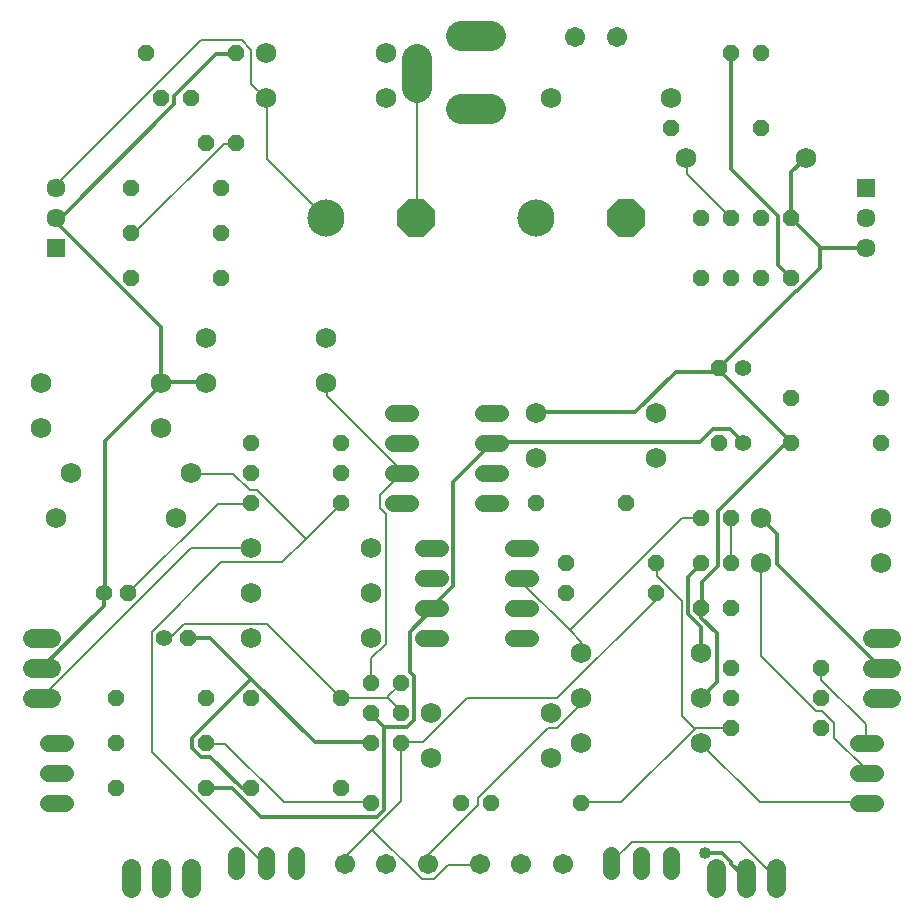
<source format=gbl>
G75*
%MOIN*%
%OFA0B0*%
%FSLAX25Y25*%
%IPPOS*%
%LPD*%
%AMOC8*
5,1,8,0,0,1.08239X$1,22.5*
%
%ADD10OC8,0.12400*%
%ADD11C,0.12400*%
%ADD12OC8,0.05600*%
%ADD13C,0.06800*%
%ADD14R,0.06337X0.06337*%
%ADD15C,0.06337*%
%ADD16C,0.09843*%
%ADD17C,0.05600*%
%ADD18C,0.05600*%
%ADD19C,0.06400*%
%ADD20C,0.06731*%
%ADD21C,0.00800*%
%ADD22C,0.01200*%
%ADD23C,0.04000*%
D10*
X0140000Y0235000D03*
X0210000Y0235000D03*
D11*
X0180000Y0235000D03*
X0110000Y0235000D03*
D12*
X0080000Y0260000D03*
X0070000Y0260000D03*
X0075000Y0245000D03*
X0075000Y0230000D03*
X0075000Y0215000D03*
X0045000Y0215000D03*
X0045000Y0230000D03*
X0045000Y0245000D03*
X0055000Y0275000D03*
X0065000Y0275000D03*
X0050000Y0290000D03*
X0080000Y0290000D03*
X0085000Y0160000D03*
X0085000Y0150000D03*
X0085000Y0140000D03*
X0115000Y0140000D03*
X0115000Y0150000D03*
X0115000Y0160000D03*
X0064000Y0095000D03*
X0070000Y0075000D03*
X0070000Y0060000D03*
X0070000Y0045000D03*
X0085000Y0045000D03*
X0085000Y0075000D03*
X0115000Y0075000D03*
X0125000Y0070000D03*
X0125000Y0060000D03*
X0135000Y0060000D03*
X0135000Y0070000D03*
X0135000Y0080000D03*
X0125000Y0080000D03*
X0115000Y0045000D03*
X0125000Y0040000D03*
X0155000Y0040000D03*
X0165000Y0040000D03*
X0195000Y0040000D03*
X0245000Y0065000D03*
X0245000Y0075000D03*
X0245000Y0085000D03*
X0245000Y0105000D03*
X0235000Y0105000D03*
X0235000Y0120000D03*
X0245000Y0120000D03*
X0245000Y0135000D03*
X0235000Y0135000D03*
X0220000Y0120000D03*
X0220000Y0110000D03*
X0190000Y0110000D03*
X0190000Y0120000D03*
X0180000Y0140000D03*
X0210000Y0140000D03*
X0241000Y0160000D03*
X0241000Y0185000D03*
X0265000Y0175000D03*
X0265000Y0160000D03*
X0295000Y0160000D03*
X0295000Y0175000D03*
X0265000Y0215000D03*
X0255000Y0215000D03*
X0245000Y0215000D03*
X0235000Y0215000D03*
X0235000Y0235000D03*
X0245000Y0235000D03*
X0255000Y0235000D03*
X0265000Y0235000D03*
X0255000Y0265000D03*
X0255000Y0290000D03*
X0245000Y0290000D03*
X0225000Y0265000D03*
X0275000Y0085000D03*
X0275000Y0075000D03*
X0275000Y0065000D03*
X0044000Y0110000D03*
X0040000Y0075000D03*
X0040000Y0060000D03*
X0040000Y0045000D03*
D13*
X0085000Y0095000D03*
X0085000Y0110000D03*
X0085000Y0125000D03*
X0060000Y0135000D03*
X0065000Y0150000D03*
X0055000Y0165000D03*
X0055000Y0180000D03*
X0070000Y0180000D03*
X0070000Y0195000D03*
X0110000Y0195000D03*
X0110000Y0180000D03*
X0125000Y0125000D03*
X0125000Y0110000D03*
X0125000Y0095000D03*
X0145000Y0070000D03*
X0145000Y0055000D03*
X0185000Y0055000D03*
X0195000Y0060000D03*
X0185000Y0070000D03*
X0195000Y0075000D03*
X0195000Y0090000D03*
X0235000Y0090000D03*
X0235000Y0075000D03*
X0235000Y0060000D03*
X0255000Y0120000D03*
X0255000Y0135000D03*
X0220000Y0155000D03*
X0220000Y0170000D03*
X0180000Y0170000D03*
X0180000Y0155000D03*
X0230000Y0255000D03*
X0225000Y0275000D03*
X0185000Y0275000D03*
X0130000Y0275000D03*
X0130000Y0290000D03*
X0090000Y0290000D03*
X0090000Y0275000D03*
X0015000Y0180000D03*
X0015000Y0165000D03*
X0025000Y0150000D03*
X0020000Y0135000D03*
X0270000Y0255000D03*
X0295000Y0135000D03*
X0295000Y0120000D03*
D14*
X0290000Y0245000D03*
X0020000Y0225000D03*
D15*
X0020000Y0235000D03*
X0020000Y0245000D03*
X0290000Y0235000D03*
X0290000Y0225000D03*
D16*
X0164921Y0271260D02*
X0155079Y0271260D01*
X0140315Y0278150D02*
X0140315Y0287992D01*
X0155079Y0295472D02*
X0164921Y0295472D01*
D17*
X0249000Y0185000D03*
X0249000Y0160000D03*
X0056000Y0095000D03*
X0036000Y0110000D03*
D18*
X0022800Y0040000D02*
X0017200Y0040000D01*
X0017200Y0050000D02*
X0022800Y0050000D01*
X0022800Y0060000D02*
X0017200Y0060000D01*
X0080000Y0022800D02*
X0080000Y0017200D01*
X0090000Y0017200D02*
X0090000Y0022800D01*
X0100000Y0022800D02*
X0100000Y0017200D01*
X0142200Y0095000D02*
X0147800Y0095000D01*
X0147800Y0105000D02*
X0142200Y0105000D01*
X0142200Y0115000D02*
X0147800Y0115000D01*
X0147800Y0125000D02*
X0142200Y0125000D01*
X0137800Y0140000D02*
X0132200Y0140000D01*
X0132200Y0150000D02*
X0137800Y0150000D01*
X0137800Y0160000D02*
X0132200Y0160000D01*
X0132200Y0170000D02*
X0137800Y0170000D01*
X0162200Y0170000D02*
X0167800Y0170000D01*
X0167800Y0160000D02*
X0162200Y0160000D01*
X0162200Y0150000D02*
X0167800Y0150000D01*
X0167800Y0140000D02*
X0162200Y0140000D01*
X0172200Y0125000D02*
X0177800Y0125000D01*
X0177800Y0115000D02*
X0172200Y0115000D01*
X0172200Y0105000D02*
X0177800Y0105000D01*
X0177800Y0095000D02*
X0172200Y0095000D01*
X0205000Y0022800D02*
X0205000Y0017200D01*
X0215000Y0017200D02*
X0215000Y0022800D01*
X0225000Y0022800D02*
X0225000Y0017200D01*
X0287200Y0040000D02*
X0292800Y0040000D01*
X0292800Y0050000D02*
X0287200Y0050000D01*
X0287200Y0060000D02*
X0292800Y0060000D01*
D19*
X0291800Y0075000D02*
X0298200Y0075000D01*
X0298200Y0085000D02*
X0291800Y0085000D01*
X0291800Y0095000D02*
X0298200Y0095000D01*
X0260000Y0018200D02*
X0260000Y0011800D01*
X0250000Y0011800D02*
X0250000Y0018200D01*
X0240000Y0018200D02*
X0240000Y0011800D01*
X0065000Y0011800D02*
X0065000Y0018200D01*
X0055000Y0018200D02*
X0055000Y0011800D01*
X0045000Y0011800D02*
X0045000Y0018200D01*
X0018200Y0075000D02*
X0011800Y0075000D01*
X0011800Y0085000D02*
X0018200Y0085000D01*
X0018200Y0095000D02*
X0011800Y0095000D01*
D20*
X0116220Y0019606D03*
X0130000Y0019606D03*
X0143780Y0019606D03*
X0161220Y0019606D03*
X0175000Y0019606D03*
X0188780Y0019606D03*
X0193110Y0295394D03*
X0206890Y0295394D03*
D21*
X0230000Y0255000D02*
X0230200Y0255000D01*
X0230200Y0249800D01*
X0245000Y0235000D01*
X0245000Y0135000D02*
X0245000Y0120000D01*
X0255000Y0120000D02*
X0255000Y0089000D01*
X0273400Y0070600D01*
X0275400Y0070600D01*
X0279400Y0066600D01*
X0279400Y0061800D01*
X0289800Y0051400D01*
X0289800Y0050200D01*
X0290000Y0050000D01*
X0289800Y0040200D02*
X0290000Y0040000D01*
X0289800Y0040200D02*
X0254600Y0040200D01*
X0235000Y0059800D01*
X0235000Y0060000D01*
X0232800Y0064800D02*
X0228600Y0069000D01*
X0228600Y0107400D01*
X0220200Y0115800D01*
X0220200Y0119800D01*
X0220000Y0120000D01*
X0220000Y0110000D02*
X0219800Y0109800D01*
X0219800Y0107800D01*
X0187000Y0075000D01*
X0157000Y0075000D01*
X0142200Y0060200D01*
X0135000Y0060200D01*
X0135000Y0060000D01*
X0135000Y0040600D01*
X0125400Y0031000D01*
X0141800Y0014600D01*
X0145800Y0014600D01*
X0150600Y0019400D01*
X0161000Y0019400D01*
X0161220Y0019606D01*
X0143800Y0019800D02*
X0143780Y0019606D01*
X0143800Y0019800D02*
X0143800Y0022600D01*
X0160600Y0039400D01*
X0160600Y0041800D01*
X0183800Y0065000D01*
X0187000Y0065000D01*
X0195000Y0073000D01*
X0195000Y0075000D01*
X0195000Y0090000D02*
X0195000Y0093800D01*
X0191200Y0097600D01*
X0228600Y0135000D01*
X0235000Y0135000D01*
X0191200Y0097600D02*
X0175000Y0113800D01*
X0175000Y0115000D01*
X0135000Y0149800D02*
X0135000Y0150000D01*
X0135000Y0151000D01*
X0110200Y0175800D01*
X0110200Y0179800D01*
X0110000Y0180000D01*
X0135000Y0149800D02*
X0127800Y0142600D01*
X0127800Y0138200D01*
X0129800Y0136200D01*
X0129800Y0093000D01*
X0125000Y0088200D01*
X0125000Y0080000D01*
X0130200Y0075000D02*
X0130400Y0075200D01*
X0135000Y0070600D01*
X0135000Y0070000D01*
X0130200Y0075000D02*
X0115000Y0075000D01*
X0090200Y0099800D01*
X0062600Y0099800D01*
X0057800Y0095000D01*
X0056000Y0095000D01*
X0051800Y0097000D02*
X0075000Y0120200D01*
X0095400Y0120200D01*
X0103200Y0128000D01*
X0087000Y0144200D01*
X0084600Y0144200D01*
X0079000Y0149800D01*
X0065000Y0149800D01*
X0065000Y0150000D01*
X0073800Y0139800D02*
X0044000Y0110000D01*
X0051800Y0097000D02*
X0051800Y0057000D01*
X0088600Y0020200D01*
X0089800Y0020200D01*
X0090000Y0020000D01*
X0095800Y0040200D02*
X0076200Y0059800D01*
X0070200Y0059800D01*
X0070000Y0060000D01*
X0095800Y0040200D02*
X0125000Y0040200D01*
X0125000Y0040000D01*
X0125400Y0031000D02*
X0116600Y0022200D01*
X0116600Y0019800D01*
X0116220Y0019606D01*
X0130400Y0075200D02*
X0135000Y0079800D01*
X0135000Y0080000D01*
X0103200Y0128000D02*
X0115000Y0139800D01*
X0115000Y0140000D01*
X0085000Y0139800D02*
X0085000Y0140000D01*
X0085000Y0139800D02*
X0073800Y0139800D01*
X0065000Y0125000D02*
X0015000Y0075000D01*
X0065000Y0125000D02*
X0085000Y0125000D01*
X0046200Y0230200D02*
X0045000Y0230200D01*
X0045000Y0230000D01*
X0046200Y0230200D02*
X0075800Y0259800D01*
X0079800Y0259800D01*
X0080000Y0260000D01*
X0090200Y0254600D02*
X0109800Y0235000D01*
X0110000Y0235000D01*
X0090200Y0254600D02*
X0090200Y0275000D01*
X0090000Y0275000D01*
X0089800Y0275000D01*
X0085000Y0279800D01*
X0085000Y0291000D01*
X0081800Y0294200D01*
X0068200Y0294200D01*
X0020200Y0246200D01*
X0020200Y0245000D01*
X0020000Y0245000D01*
X0140000Y0235000D02*
X0140200Y0235000D01*
X0140200Y0283000D01*
X0140315Y0283071D01*
X0275000Y0085000D02*
X0275000Y0081000D01*
X0289800Y0066200D01*
X0289800Y0060200D01*
X0290000Y0060000D01*
X0245000Y0065000D02*
X0233000Y0065000D01*
X0232800Y0064800D01*
X0208200Y0040200D01*
X0195000Y0040200D01*
X0195000Y0040000D01*
X0211800Y0027000D02*
X0205000Y0020200D01*
X0205000Y0020000D01*
X0211800Y0027000D02*
X0247800Y0027000D01*
X0259800Y0015000D01*
X0260000Y0015000D01*
D22*
X0250000Y0015000D02*
X0249800Y0015000D01*
X0245000Y0019800D01*
X0245000Y0020200D01*
X0241800Y0023400D01*
X0236200Y0023400D01*
X0235000Y0075000D02*
X0240200Y0080200D01*
X0240200Y0096600D01*
X0235000Y0101800D01*
X0235000Y0105000D01*
X0235400Y0105400D01*
X0235400Y0113800D01*
X0240600Y0119000D01*
X0240600Y0137400D01*
X0263800Y0160600D01*
X0265000Y0160000D01*
X0265000Y0160200D01*
X0241000Y0184200D01*
X0241000Y0185000D01*
X0240600Y0183800D01*
X0226600Y0183800D01*
X0213000Y0170200D01*
X0180200Y0170200D01*
X0180000Y0170000D01*
X0165400Y0160200D02*
X0165000Y0160000D01*
X0165000Y0159800D01*
X0152200Y0147000D01*
X0152200Y0112200D01*
X0145000Y0105000D01*
X0145000Y0104200D01*
X0137800Y0097000D01*
X0137800Y0083800D01*
X0139400Y0082200D01*
X0139400Y0067800D01*
X0137000Y0065400D01*
X0129400Y0065400D01*
X0125000Y0069800D01*
X0125000Y0070000D01*
X0129400Y0065400D02*
X0129400Y0037800D01*
X0127000Y0035400D01*
X0088200Y0035400D01*
X0078600Y0045000D01*
X0070000Y0045000D01*
X0071400Y0055400D02*
X0068200Y0055400D01*
X0065400Y0058200D01*
X0065400Y0061800D01*
X0085000Y0081400D01*
X0106200Y0060200D01*
X0125000Y0060200D01*
X0125000Y0060000D01*
X0085000Y0045000D02*
X0081800Y0045000D01*
X0071400Y0055400D01*
X0085000Y0081400D02*
X0071400Y0095000D01*
X0064000Y0095000D01*
X0035800Y0105800D02*
X0015000Y0085000D01*
X0035800Y0105800D02*
X0035800Y0109800D01*
X0036000Y0110000D01*
X0036200Y0110200D01*
X0036200Y0160600D01*
X0055000Y0179400D01*
X0055000Y0180000D01*
X0055400Y0180200D01*
X0069800Y0180200D01*
X0070000Y0180000D01*
X0055000Y0180000D02*
X0055000Y0198600D01*
X0020200Y0233400D01*
X0020200Y0235000D01*
X0020000Y0235000D01*
X0020600Y0235400D01*
X0021800Y0235400D01*
X0059400Y0273000D01*
X0059400Y0275800D01*
X0073400Y0289800D01*
X0079800Y0289800D01*
X0080000Y0290000D01*
X0165400Y0160200D02*
X0234600Y0160200D01*
X0239000Y0164600D01*
X0244600Y0164600D01*
X0249000Y0160200D01*
X0249000Y0160000D01*
X0241000Y0185000D02*
X0266600Y0210600D01*
X0267000Y0210600D01*
X0274600Y0218200D01*
X0274600Y0224600D01*
X0275000Y0225000D01*
X0265000Y0235000D01*
X0265000Y0250200D01*
X0269800Y0255000D01*
X0270000Y0255000D01*
X0260600Y0235800D02*
X0260600Y0219400D01*
X0265000Y0215000D01*
X0275000Y0225000D02*
X0290000Y0225000D01*
X0260600Y0235800D02*
X0245000Y0251400D01*
X0245000Y0290000D01*
X0255000Y0135000D02*
X0260200Y0129800D01*
X0260200Y0119800D01*
X0295000Y0085000D01*
X0235000Y0090000D02*
X0235000Y0098600D01*
X0230600Y0103000D01*
X0230600Y0115400D01*
X0235000Y0119800D01*
X0235000Y0120000D01*
D23*
X0236200Y0023400D03*
M02*

</source>
